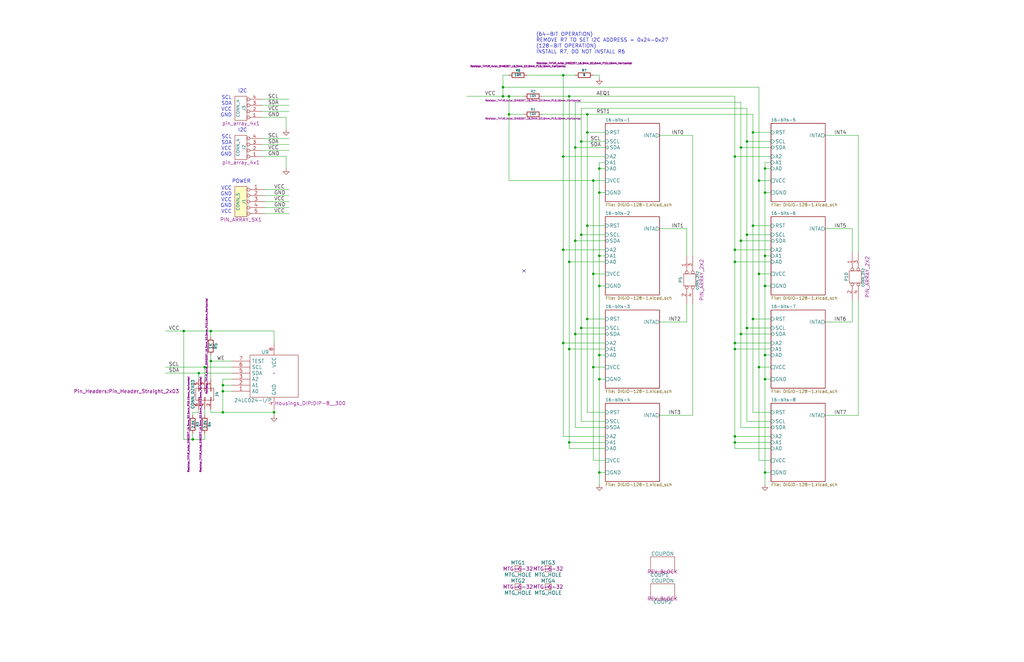
<source format=kicad_sch>
(kicad_sch (version 20211123) (generator eeschema)
  (paper "B")
  (title_block (title "16-CHANNEL DIGITAL I/O") (date "2022-04-03") (rev "X4") (company "land-boards.com"))
  (lib_symbols
    (symbol "DIGIO-128-rescue:24C01" (pin_names (offset 0.762))
      (property "Reference" "U" (at 3.81 8.89 0))
      (property "Value" "24C01" (at 6.35 -11.43 0))
      (symbol "24C01_0_0"
        (pin power_in line (at 0 -15.24 90) (length 5.08) (name "GND") (number "4"))
        (pin power_in line (at 0 12.7 270) (length 5.08) (name "VCC") (number "8"))
      )
      (symbol "24C01_1_1"
        (rectangle (start -10.16 -10.16) (end 10.16 7.62))
        (pin input line (at 17.78 -7.62 180) (length 7.62) (name "A0") (number "1"))
        (pin input line (at 17.78 -5.08 180) (length 7.62) (name "A1") (number "2"))
        (pin input line (at 17.78 -2.54 180) (length 7.62) (name "A2") (number "3"))
        (pin bidirectional line (at 17.78 0 180) (length 7.62) (name "SDA") (number "5"))
        (pin input line (at 17.78 2.54 180) (length 7.62) (name "SCL") (number "6"))
        (pin input line (at 17.78 5.08 180) (length 7.62) (name "TEST") (number "7"))
      )
    )
    (symbol "DIGIO-128-rescue:CONN_02X03" (pin_names (offset 0.0254) hide)
      (property "Reference" "P" (at 0 5.08 0))
      (property "Value" "CONN_02X03" (at 0 -5.08 0))
      (symbol "CONN_02X03_0_1"
        (rectangle (start -2.54 -2.413) (end -1.27 -2.667))
        (rectangle (start -2.54 0.127) (end -1.27 -0.127))
        (rectangle (start -2.54 2.667) (end -1.27 2.413))
        (rectangle (start -2.54 3.81) (end 2.54 -3.81))
        (rectangle (start 1.27 -2.413) (end 2.54 -2.667))
        (rectangle (start 1.27 0.127) (end 2.54 -0.127))
        (rectangle (start 1.27 2.667) (end 2.54 2.413))
      )
      (symbol "CONN_02X03_1_1"
        (pin passive line (at -6.35 2.54 0) (length 3.81) (name "P1") (number "1"))
        (pin passive line (at 6.35 2.54 180) (length 3.81) (name "P2") (number "2"))
        (pin passive line (at -6.35 0 0) (length 3.81) (name "P3") (number "3"))
        (pin passive line (at 6.35 0 180) (length 3.81) (name "P4") (number "4"))
        (pin passive line (at -6.35 -2.54 0) (length 3.81) (name "P5") (number "5"))
        (pin passive line (at 6.35 -2.54 180) (length 3.81) (name "P6") (number "6"))
      )
    )
    (symbol "DIGIO-128-rescue:CONN_2X2" (pin_names (offset 1.016) hide)
      (property "Reference" "P" (at 0 3.81 0))
      (property "Value" "CONN_2X2" (at 0.254 -3.302 0))
      (symbol "CONN_2X2_0_1"
        (rectangle (start -2.54 2.54) (end 2.54 -2.54))
      )
      (symbol "CONN_2X2_1_1"
        (pin passive inverted (at -10.16 1.27 0) (length 7.62) (name "1") (number "1"))
        (pin passive inverted (at 10.16 1.27 180) (length 7.62) (name "2") (number "2"))
        (pin passive inverted (at -10.16 -1.27 0) (length 7.62) (name "3") (number "3"))
        (pin passive inverted (at 10.16 -1.27 180) (length 7.62) (name "4") (number "4"))
      )
    )
    (symbol "DIGIO-128-rescue:CONN_4" (pin_names (offset 1.016) hide)
      (property "Reference" "P" (at -1.27 0 90))
      (property "Value" "CONN_4" (at 1.27 0 90))
      (symbol "CONN_4_0_1"
        (rectangle (start -2.54 5.08) (end 2.54 -5.08))
      )
      (symbol "CONN_4_1_1"
        (pin passive inverted (at -8.89 3.81 0) (length 6.35) (name "P1") (number "1"))
        (pin passive inverted (at -8.89 1.27 0) (length 6.35) (name "P2") (number "2"))
        (pin passive inverted (at -8.89 -1.27 0) (length 6.35) (name "P3") (number "3"))
        (pin passive inverted (at -8.89 -3.81 0) (length 6.35) (name "P4") (number "4"))
      )
    )
    (symbol "DIGIO-128-rescue:CONN_5" (pin_names (offset 1.016))
      (property "Reference" "P" (at -1.27 0 90))
      (property "Value" "CONN_5" (at 1.27 0 90))
      (symbol "CONN_5_0_1"
        (rectangle (start -2.54 6.35) (end 2.54 -6.35) (fill (type background)))
      )
      (symbol "CONN_5_1_1"
        (pin passive inverted (at -10.16 5.08 0) (length 7.62) (name "~") (number "1"))
        (pin passive inverted (at -10.16 2.54 0) (length 7.62) (name "~") (number "2"))
        (pin passive inverted (at -10.16 0 0) (length 7.62) (name "~") (number "3"))
        (pin passive inverted (at -10.16 -2.54 0) (length 7.62) (name "~") (number "4"))
        (pin passive inverted (at -10.16 -5.08 0) (length 7.62) (name "~") (number "5"))
      )
    )
    (symbol "DIGIO-128-rescue:COUPON" (pin_names (offset 1.016))
      (property "Reference" "COUP?" (at 0 0 0))
      (property "Value" "COUPON" (at 0 0 0))
      (symbol "COUPON_0_1"
        (rectangle (start -5.08 0) (end 5.08 6.35))
      )
    )
    (symbol "DIGIO-128-rescue:MTG_HOLE" (pin_names (offset 1.016))
      (property "Reference" "MTG?" (at 0 2.54 0))
      (property "Value" "MTG_HOLE" (at 0 -2.54 0))
      (symbol "MTG_HOLE_0_1"
        (rectangle (start -1.27 -1.27) (end 1.27 -1.27))
        (rectangle (start -1.27 1.27) (end -1.27 -1.27))
        (rectangle (start 1.27 1.27) (end -1.27 1.27))
        (rectangle (start 1.27 1.27) (end 1.27 -1.27))
      )
    )
    (symbol "Device:R" (pin_numbers hide) (pin_names (offset 0))
      (property "Reference" "R" (at 2.032 0 90))
      (property "Value" "R" (at 0 0 90))
      (symbol "R_0_1"
        (rectangle (start -1.016 -2.54) (end 1.016 2.54) (stroke (width 0.254)))
      )
      (symbol "R_1_1"
        (pin passive line (at 0 3.81 270) (length 1.27) (name "~") (number "1"))
        (pin passive line (at 0 -3.81 90) (length 1.27) (name "~") (number "2"))
      )
    )
    (symbol "power:GND" (power) (pin_names (offset 0))
      (property "Value" "GND" (at 0 -3.81 0))
      (symbol "GND_0_1"
        (polyline (pts (xy 0 0) (xy 0 -1.27) (xy 1.27 -1.27) (xy 0 -2.54) (xy -1.27 -1.27) (xy 0 -1.27)))
      )
      (symbol "GND_1_1"
        (pin power_in line (at 0 0 270) (length 0) hide (name "GND") (number "1"))
      )
    )
  )
  (junction (at 322.58 71.12))
  (junction (at 314.96 59.69))
  (junction (at 81.28 185.42))
  (junction (at 240.03 147.32))
  (junction (at 322.58 149.86))
  (junction (at 309.88 184.15))
  (junction (at 322.58 81.28))
  (junction (at 252.73 71.12))
  (junction (at 309.88 144.78))
  (junction (at 317.5 95.25))
  (junction (at 250.19 115.57))
  (junction (at 88.9 139.7))
  (junction (at 309.88 105.41))
  (junction (at 250.19 76.2))
  (junction (at 250.19 154.94))
  (junction (at 312.42 140.97))
  (junction (at 212.09 36.83))
  (junction (at 309.88 147.32))
  (junction (at 252.73 107.95))
  (junction (at 212.09 40.64))
  (junction (at 320.04 115.57))
  (junction (at 320.04 76.2))
  (junction (at 314.96 138.43))
  (junction (at 237.49 66.04))
  (junction (at 93.98 165.1))
  (junction (at 317.5 55.88))
  (junction (at 240.03 110.49))
  (junction (at 247.65 95.25))
  (junction (at 320.04 154.94))
  (junction (at 86.36 154.94))
  (junction (at 214.63 40.64))
  (junction (at 322.58 199.39))
  (junction (at 247.65 48.26))
  (junction (at 314.96 99.06))
  (junction (at 245.11 59.69))
  (junction (at 93.98 173.99))
  (junction (at 252.73 81.28))
  (junction (at 312.42 101.6))
  (junction (at 309.88 110.49))
  (junction (at 237.49 105.41))
  (junction (at 309.88 186.69))
  (junction (at 237.49 31.75))
  (junction (at 252.73 160.02))
  (junction (at 115.57 173.99))
  (junction (at 322.58 107.95))
  (junction (at 240.03 186.69))
  (junction (at 83.82 157.48))
  (junction (at 214.63 48.26))
  (junction (at 93.98 162.56))
  (junction (at 242.57 101.6))
  (junction (at 247.65 55.88))
  (junction (at 252.73 149.86))
  (junction (at 312.42 62.23))
  (junction (at 245.11 99.06))
  (junction (at 252.73 199.39))
  (junction (at 245.11 138.43))
  (junction (at 247.65 134.62))
  (junction (at 252.73 120.65))
  (junction (at 77.47 139.7))
  (junction (at 317.5 134.62))
  (junction (at 322.58 120.65))
  (junction (at 240.03 40.64))
  (junction (at 322.58 160.02))
  (junction (at 242.57 140.97))
  (junction (at 242.57 62.23))
  (junction (at 237.49 144.78))
  (junction (at 309.88 66.04))
  (junction (at 88.9 152.4))
  (no_connect (at 220.98 114.3))
  (wire (pts (xy 322.58 199.39) (xy 322.58 204.47)))
  (wire (pts (xy 322.58 160.02) (xy 322.58 199.39)))
  (wire (pts (xy 214.63 40.64) (xy 220.98 40.64)))
  (wire (pts (xy 252.73 149.86) (xy 255.27 149.86)))
  (wire (pts (xy 115.57 172.72) (xy 115.57 173.99)))
  (wire (pts (xy 255.27 115.57) (xy 250.19 115.57)))
  (wire (pts (xy 240.03 110.49) (xy 240.03 147.32)))
  (wire (pts (xy 111.76 85.09) (xy 121.92 85.09)))
  (wire (pts (xy 289.56 96.52) (xy 289.56 107.95)))
  (wire (pts (xy 242.57 140.97) (xy 255.27 140.97)))
  (wire (pts (xy 325.12 184.15) (xy 309.88 184.15)))
  (wire (pts (xy 250.19 154.94) (xy 250.19 194.31)))
  (wire (pts (xy 309.88 189.23) (xy 325.12 189.23)))
  (wire (pts (xy 88.9 152.4) (xy 97.79 152.4)))
  (wire (pts (xy 110.49 41.91) (xy 121.92 41.91)))
  (wire (pts (xy 361.95 175.26) (xy 361.95 127)))
  (wire (pts (xy 88.9 149.86) (xy 88.9 152.4)))
  (wire (pts (xy 255.27 154.94) (xy 250.19 154.94)))
  (wire (pts (xy 93.98 173.99) (xy 115.57 173.99)))
  (wire (pts (xy 247.65 48.26) (xy 247.65 55.88)))
  (wire (pts (xy 314.96 59.69) (xy 314.96 99.06)))
  (wire (pts (xy 317.5 55.88) (xy 325.12 55.88)))
  (wire (pts (xy 309.88 110.49) (xy 325.12 110.49)))
  (wire (pts (xy 240.03 186.69) (xy 240.03 189.23)))
  (wire (pts (xy 237.49 105.41) (xy 255.27 105.41)))
  (wire (pts (xy 325.12 115.57) (xy 320.04 115.57)))
  (wire (pts (xy 347.98 175.26) (xy 361.95 175.26)))
  (wire (pts (xy 228.6 40.64) (xy 240.03 40.64)))
  (wire (pts (xy 252.73 71.12) (xy 255.27 71.12)))
  (wire (pts (xy 120.65 49.53) (xy 120.65 54.61)))
  (wire (pts (xy 240.03 147.32) (xy 240.03 186.69)))
  (wire (pts (xy 255.27 184.15) (xy 237.49 184.15)))
  (wire (pts (xy 325.12 59.69) (xy 314.96 59.69)))
  (wire (pts (xy 252.73 199.39) (xy 252.73 204.47)))
  (wire (pts (xy 69.85 139.7) (xy 77.47 139.7)))
  (wire (pts (xy 212.09 36.83) (xy 212.09 40.64)))
  (wire (pts (xy 322.58 107.95) (xy 325.12 107.95)))
  (wire (pts (xy 97.79 162.56) (xy 93.98 162.56)))
  (wire (pts (xy 312.42 180.34) (xy 325.12 180.34)))
  (wire (pts (xy 252.73 68.58) (xy 252.73 71.12)))
  (wire (pts (xy 237.49 105.41) (xy 237.49 66.04)))
  (wire (pts (xy 110.49 58.42) (xy 121.92 58.42)))
  (wire (pts (xy 309.88 147.32) (xy 325.12 147.32)))
  (wire (pts (xy 325.12 154.94) (xy 320.04 154.94)))
  (wire (pts (xy 242.57 43.18) (xy 312.42 43.18)))
  (wire (pts (xy 86.36 185.42) (xy 86.36 182.88)))
  (wire (pts (xy 81.28 185.42) (xy 81.28 182.88)))
  (wire (pts (xy 361.95 57.15) (xy 361.95 106.68)))
  (wire (pts (xy 320.04 154.94) (xy 320.04 194.31)))
  (wire (pts (xy 322.58 81.28) (xy 322.58 107.95)))
  (wire (pts (xy 237.49 31.75) (xy 237.49 66.04)))
  (wire (pts (xy 252.73 120.65) (xy 255.27 120.65)))
  (wire (pts (xy 242.57 62.23) (xy 242.57 101.6)))
  (wire (pts (xy 309.88 105.41) (xy 309.88 110.49)))
  (wire (pts (xy 83.82 157.48) (xy 97.79 157.48)))
  (wire (pts (xy 88.9 139.7) (xy 115.57 139.7)))
  (wire (pts (xy 242.57 101.6) (xy 255.27 101.6)))
  (wire (pts (xy 110.49 46.99) (xy 121.92 46.99)))
  (wire (pts (xy 83.82 160.02) (xy 83.82 157.48)))
  (wire (pts (xy 93.98 162.56) (xy 93.98 165.1)))
  (wire (pts (xy 320.04 76.2) (xy 320.04 115.57)))
  (wire (pts (xy 252.73 149.86) (xy 252.73 160.02)))
  (wire (pts (xy 242.57 43.18) (xy 242.57 62.23)))
  (wire (pts (xy 237.49 144.78) (xy 237.49 105.41)))
  (wire (pts (xy 93.98 160.02) (xy 93.98 162.56)))
  (wire (pts (xy 314.96 177.8) (xy 325.12 177.8)))
  (wire (pts (xy 317.5 48.26) (xy 317.5 55.88)))
  (wire (pts (xy 359.41 135.89) (xy 359.41 127)))
  (wire (pts (xy 242.57 62.23) (xy 255.27 62.23)))
  (wire (pts (xy 93.98 165.1) (xy 93.98 173.99)))
  (wire (pts (xy 314.96 99.06) (xy 314.96 138.43)))
  (wire (pts (xy 250.19 76.2) (xy 250.19 115.57)))
  (wire (pts (xy 322.58 68.58) (xy 322.58 71.12)))
  (wire (pts (xy 312.42 62.23) (xy 325.12 62.23)))
  (wire (pts (xy 228.6 48.26) (xy 247.65 48.26)))
  (wire (pts (xy 312.42 140.97) (xy 312.42 180.34)))
  (wire (pts (xy 110.49 44.45) (xy 121.92 44.45)))
  (wire (pts (xy 312.42 43.18) (xy 312.42 62.23)))
  (wire (pts (xy 292.1 175.26) (xy 292.1 128.27)))
  (wire (pts (xy 245.11 138.43) (xy 255.27 138.43)))
  (wire (pts (xy 245.11 138.43) (xy 245.11 177.8)))
  (wire (pts (xy 317.5 95.25) (xy 325.12 95.25)))
  (wire (pts (xy 242.57 140.97) (xy 242.57 180.34)))
  (wire (pts (xy 245.11 177.8) (xy 255.27 177.8)))
  (wire (pts (xy 320.04 115.57) (xy 320.04 154.94)))
  (wire (pts (xy 247.65 134.62) (xy 247.65 173.99)))
  (wire (pts (xy 247.65 55.88) (xy 247.65 95.25)))
  (wire (pts (xy 97.79 165.1) (xy 93.98 165.1)))
  (wire (pts (xy 240.03 147.32) (xy 255.27 147.32)))
  (wire (pts (xy 242.57 180.34) (xy 255.27 180.34)))
  (wire (pts (xy 322.58 81.28) (xy 325.12 81.28)))
  (wire (pts (xy 325.12 160.02) (xy 322.58 160.02)))
  (wire (pts (xy 245.11 59.69) (xy 245.11 99.06)))
  (wire (pts (xy 252.73 120.65) (xy 252.73 149.86)))
  (wire (pts (xy 88.9 173.99) (xy 93.98 173.99)))
  (wire (pts (xy 237.49 184.15) (xy 237.49 144.78)))
  (wire (pts (xy 314.96 138.43) (xy 325.12 138.43)))
  (wire (pts (xy 255.27 110.49) (xy 240.03 110.49)))
  (wire (pts (xy 69.85 157.48) (xy 83.82 157.48)))
  (wire (pts (xy 247.65 95.25) (xy 255.27 95.25)))
  (wire (pts (xy 309.88 186.69) (xy 325.12 186.69)))
  (wire (pts (xy 252.73 68.58) (xy 255.27 68.58)))
  (wire (pts (xy 77.47 185.42) (xy 77.47 139.7)))
  (wire (pts (xy 237.49 66.04) (xy 255.27 66.04)))
  (wire (pts (xy 347.98 57.15) (xy 361.95 57.15)))
  (wire (pts (xy 81.28 173.99) (xy 83.82 173.99)))
  (wire (pts (xy 93.98 160.02) (xy 97.79 160.02)))
  (wire (pts (xy 240.03 40.64) (xy 240.03 110.49)))
  (wire (pts (xy 292.1 57.15) (xy 292.1 107.95)))
  (wire (pts (xy 214.63 76.2) (xy 250.19 76.2)))
  (wire (pts (xy 252.73 107.95) (xy 252.73 120.65)))
  (wire (pts (xy 312.42 62.23) (xy 312.42 101.6)))
  (wire (pts (xy 245.11 99.06) (xy 255.27 99.06)))
  (wire (pts (xy 252.73 71.12) (xy 252.73 81.28)))
  (wire (pts (xy 212.09 40.64) (xy 214.63 40.64)))
  (wire (pts (xy 250.19 31.75) (xy 252.73 31.75)))
  (wire (pts (xy 111.76 90.17) (xy 121.92 90.17)))
  (wire (pts (xy 111.76 82.55) (xy 121.92 82.55)))
  (wire (pts (xy 240.03 189.23) (xy 255.27 189.23)))
  (wire (pts (xy 289.56 135.89) (xy 289.56 128.27)))
  (wire (pts (xy 222.25 31.75) (xy 237.49 31.75)))
  (wire (pts (xy 309.88 110.49) (xy 309.88 144.78)))
  (wire (pts (xy 252.73 160.02) (xy 252.73 199.39)))
  (wire (pts (xy 77.47 139.7) (xy 88.9 139.7)))
  (wire (pts (xy 237.49 144.78) (xy 255.27 144.78)))
  (wire (pts (xy 247.65 95.25) (xy 247.65 134.62)))
  (wire (pts (xy 212.09 31.75) (xy 212.09 36.83)))
  (wire (pts (xy 309.88 186.69) (xy 309.88 189.23)))
  (wire (pts (xy 314.96 99.06) (xy 325.12 99.06)))
  (wire (pts (xy 278.13 57.15) (xy 292.1 57.15)))
  (wire (pts (xy 245.11 45.72) (xy 245.11 59.69)))
  (wire (pts (xy 245.11 45.72) (xy 314.96 45.72)))
  (wire (pts (xy 320.04 36.83) (xy 320.04 76.2)))
  (wire (pts (xy 309.88 147.32) (xy 309.88 184.15)))
  (wire (pts (xy 247.65 173.99) (xy 255.27 173.99)))
  (wire (pts (xy 115.57 139.7) (xy 115.57 144.78)))
  (wire (pts (xy 347.98 135.89) (xy 359.41 135.89)))
  (wire (pts (xy 252.73 107.95) (xy 255.27 107.95)))
  (wire (pts (xy 214.63 48.26) (xy 214.63 76.2)))
  (wire (pts (xy 278.13 96.52) (xy 289.56 96.52)))
  (wire (pts (xy 83.82 173.99) (xy 83.82 172.72)))
  (wire (pts (xy 196.85 40.64) (xy 212.09 40.64)))
  (wire (pts (xy 250.19 76.2) (xy 255.27 76.2)))
  (wire (pts (xy 240.03 186.69) (xy 255.27 186.69)))
  (wire (pts (xy 325.12 105.41) (xy 309.88 105.41)))
  (wire (pts (xy 322.58 107.95) (xy 322.58 120.65)))
  (wire (pts (xy 81.28 185.42) (xy 86.36 185.42)))
  (wire (pts (xy 309.88 144.78) (xy 309.88 147.32)))
  (wire (pts (xy 86.36 154.94) (xy 97.79 154.94)))
  (wire (pts (xy 312.42 140.97) (xy 325.12 140.97)))
  (wire (pts (xy 115.57 173.99) (xy 115.57 175.26)))
  (wire (pts (xy 278.13 175.26) (xy 292.1 175.26)))
  (wire (pts (xy 322.58 71.12) (xy 322.58 81.28)))
  (wire (pts (xy 322.58 199.39) (xy 325.12 199.39)))
  (wire (pts (xy 245.11 59.69) (xy 255.27 59.69)))
  (wire (pts (xy 77.47 185.42) (xy 81.28 185.42)))
  (wire (pts (xy 247.65 48.26) (xy 317.5 48.26)))
  (wire (pts (xy 317.5 134.62) (xy 325.12 134.62)))
  (wire (pts (xy 317.5 134.62) (xy 317.5 173.99)))
  (wire (pts (xy 252.73 81.28) (xy 255.27 81.28)))
  (wire (pts (xy 247.65 55.88) (xy 255.27 55.88)))
  (wire (pts (xy 309.88 66.04) (xy 309.88 105.41)))
  (wire (pts (xy 325.12 144.78) (xy 309.88 144.78)))
  (wire (pts (xy 314.96 45.72) (xy 314.96 59.69)))
  (wire (pts (xy 252.73 31.75) (xy 252.73 33.02)))
  (wire (pts (xy 240.03 40.64) (xy 309.88 40.64)))
  (wire (pts (xy 255.27 160.02) (xy 252.73 160.02)))
  (wire (pts (xy 309.88 40.64) (xy 309.88 66.04)))
  (wire (pts (xy 120.65 66.04) (xy 120.65 71.12)))
  (wire (pts (xy 86.36 160.02) (xy 86.36 154.94)))
  (wire (pts (xy 111.76 87.63) (xy 121.92 87.63)))
  (wire (pts (xy 317.5 173.99) (xy 325.12 173.99)))
  (wire (pts (xy 88.9 152.4) (xy 88.9 160.02)))
  (wire (pts (xy 320.04 194.31) (xy 325.12 194.31)))
  (wire (pts (xy 325.12 66.04) (xy 309.88 66.04)))
  (wire (pts (xy 312.42 101.6) (xy 325.12 101.6)))
  (wire (pts (xy 110.49 63.5) (xy 121.92 63.5)))
  (wire (pts (xy 110.49 60.96) (xy 121.92 60.96)))
  (wire (pts (xy 88.9 173.99) (xy 88.9 172.72)))
  (wire (pts (xy 111.76 80.01) (xy 121.92 80.01)))
  (wire (pts (xy 250.19 194.31) (xy 255.27 194.31)))
  (wire (pts (xy 309.88 184.15) (xy 309.88 186.69)))
  (wire (pts (xy 252.73 199.39) (xy 255.27 199.39)))
  (wire (pts (xy 110.49 66.04) (xy 120.65 66.04)))
  (wire (pts (xy 242.57 101.6) (xy 242.57 140.97)))
  (wire (pts (xy 312.42 101.6) (xy 312.42 140.97)))
  (wire (pts (xy 214.63 40.64) (xy 214.63 48.26)))
  (wire (pts (xy 237.49 31.75) (xy 242.57 31.75)))
  (wire (pts (xy 322.58 120.65) (xy 325.12 120.65)))
  (wire (pts (xy 278.13 135.89) (xy 289.56 135.89)))
  (wire (pts (xy 88.9 142.24) (xy 88.9 139.7)))
  (wire (pts (xy 214.63 48.26) (xy 220.98 48.26)))
  (wire (pts (xy 212.09 36.83) (xy 320.04 36.83)))
  (wire (pts (xy 81.28 175.26) (xy 81.28 173.99)))
  (wire (pts (xy 322.58 68.58) (xy 325.12 68.58)))
  (wire (pts (xy 347.98 96.52) (xy 359.41 96.52)))
  (wire (pts (xy 252.73 81.28) (xy 252.73 107.95)))
  (wire (pts (xy 110.49 49.53) (xy 120.65 49.53)))
  (wire (pts (xy 314.96 138.43) (xy 314.96 177.8)))
  (wire (pts (xy 322.58 149.86) (xy 322.58 160.02)))
  (wire (pts (xy 245.11 99.06) (xy 245.11 138.43)))
  (wire (pts (xy 69.85 154.94) (xy 86.36 154.94)))
  (wire (pts (xy 320.04 76.2) (xy 325.12 76.2)))
  (wire (pts (xy 325.12 71.12) (xy 322.58 71.12)))
  (wire (pts (xy 322.58 149.86) (xy 325.12 149.86)))
  (wire (pts (xy 250.19 115.57) (xy 250.19 154.94)))
  (wire (pts (xy 86.36 175.26) (xy 86.36 172.72)))
  (wire (pts (xy 359.41 96.52) (xy 359.41 106.68)))
  (wire (pts (xy 317.5 95.25) (xy 317.5 134.62)))
  (wire (pts (xy 214.63 31.75) (xy 212.09 31.75)))
  (wire (pts (xy 322.58 120.65) (xy 322.58 149.86)))
  (wire (pts (xy 317.5 55.88) (xy 317.5 95.25)))
  (wire (pts (xy 247.65 134.62) (xy 255.27 134.62)))
  (text "SCL\nSDA\nVCC\nGND" (at 97.79 49.53 180) (effects (font (size 1.524 1.524)) (justify right bottom)))
  (text "SCL\nSDA\nVCC\nGND" (at 97.79 66.04 180) (effects (font (size 1.524 1.524)) (justify right bottom)))
  (text "(64-BIT OPERATION)\nREMOVE R7 TO SET I2C ADDRESS = 0x24-0x27\n(128-BIT OPERATION)\nINSTALL R7, DO NOT INSTALL R6" (at 226.06 22.86 0) (effects (font (size 1.524 1.524)) (justify left bottom)))
  (text "VCC\nGND\nVCC\nGND\nVCC" (at 97.79 90.17 180) (effects (font (size 1.524 1.524)) (justify right bottom)))
  (text "POWER" (at 97.79 77.47 0) (effects (font (size 1.524 1.524)) (justify left bottom)))
  (text "I2C" (at 100.33 55.88 0) (effects (font (size 1.524 1.524)) (justify left bottom)))
  (text "I2C" (at 100.33 39.37 0) (effects (font (size 1.524 1.524)) (justify left bottom)))
  (label "AEQ1" (at 251.46 40.64 0) (effects (font (size 1.524 1.524))))
  (label "WE" (at 91.44 152.4 0) (effects (font (size 1.524 1.524))))
  (label "SDA" (at 248.92 62.23 0) (effects (font (size 1.524 1.524))))
  (label "VCC" (at 113.03 46.99 0) (effects (font (size 1.524 1.524))))
  (label "GND" (at 115.57 82.55 0) (effects (font (size 1.524 1.524))))
  (label "GND" (at 113.03 66.04 0) (effects (font (size 1.524 1.524))))
  (label "VCC" (at 204.47 40.64 0) (effects (font (size 1.524 1.524))))
  (label "INT5" (at 351.79 96.52 0) (effects (font (size 1.524 1.524))))
  (label "VCC" (at 115.57 85.09 0) (effects (font (size 1.524 1.524))))
  (label "SCL" (at 113.03 58.42 0) (effects (font (size 1.524 1.524))))
  (label "GND" (at 113.03 49.53 0) (effects (font (size 1.524 1.524))))
  (label "INT1" (at 283.21 96.52 0) (effects (font (size 1.524 1.524))))
  (label "SDA" (at 71.12 157.48 0) (effects (font (size 1.524 1.524))))
  (label "GND" (at 115.57 87.63 0) (effects (font (size 1.524 1.524))))
  (label "VCC" (at 115.57 90.17 0) (effects (font (size 1.524 1.524))))
  (label "VCC" (at 115.57 80.01 0) (effects (font (size 1.524 1.524))))
  (label "SCL" (at 71.12 154.94 0) (effects (font (size 1.524 1.524))))
  (label "VCC" (at 71.12 139.7 0) (effects (font (size 1.524 1.524))))
  (label "INT7" (at 351.79 175.26 0) (effects (font (size 1.524 1.524))))
  (label "SDA" (at 113.03 44.45 0) (effects (font (size 1.524 1.524))))
  (label "INT4" (at 351.79 57.15 0) (effects (font (size 1.524 1.524))))
  (label "SCL" (at 248.92 59.69 0) (effects (font (size 1.524 1.524))))
  (label "INT2" (at 281.94 135.89 0) (effects (font (size 1.524 1.524))))
  (label "INT3" (at 281.94 175.26 0) (effects (font (size 1.524 1.524))))
  (label "VCC" (at 113.03 63.5 0) (effects (font (size 1.524 1.524))))
  (label "RST1" (at 251.46 48.26 0) (effects (font (size 1.524 1.524))))
  (label "SDA" (at 113.03 60.96 0) (effects (font (size 1.524 1.524))))
  (label "INT0" (at 283.21 57.15 0) (effects (font (size 1.524 1.524))))
  (label "SCL" (at 113.03 41.91 0) (effects (font (size 1.524 1.524))))
  (label "INT6" (at 351.79 135.89 0) (effects (font (size 1.524 1.524))))
  (symbol (lib_id "DIGIO-128-rescue:MTG_HOLE") (at 231.14 247.65 0) (unit 1)
    (property "Reference" "MTG4" (at 231.14 245.11 0) (effects (font (size 1.524 1.524))))
    (property "Value" "MTG_HOLE" (at 231.14 250.19 0) (effects (font (size 1.524 1.524))))
    (property "Footprint" "MTG-6-32" (at 231.14 247.65 0) (effects (font (size 1.524 1.524))))
    (property "Datasheet" "~" (at 231.14 247.65 0) (effects (font (size 1.524 1.524))))
  )
  (symbol (lib_id "DIGIO-128-rescue:MTG_HOLE") (at 218.44 247.65 0) (unit 1)
    (property "Reference" "MTG2" (at 218.44 245.11 0) (effects (font (size 1.524 1.524))))
    (property "Value" "MTG_HOLE" (at 218.44 250.19 0) (effects (font (size 1.524 1.524))))
    (property "Footprint" "MTG-6-32" (at 218.44 247.65 0) (effects (font (size 1.524 1.524))))
    (property "Datasheet" "~" (at 218.44 247.65 0) (effects (font (size 1.524 1.524))))
  )
  (symbol (lib_id "DIGIO-128-rescue:MTG_HOLE") (at 231.14 240.03 0) (unit 1)
    (property "Reference" "MTG3" (at 231.14 237.49 0) (effects (font (size 1.524 1.524))))
    (property "Value" "MTG_HOLE" (at 231.14 242.57 0) (effects (font (size 1.524 1.524))))
    (property "Footprint" "MTG-6-32" (at 231.14 240.03 0) (effects (font (size 1.524 1.524))))
    (property "Datasheet" "~" (at 231.14 240.03 0) (effects (font (size 1.524 1.524))))
  )
  (symbol (lib_id "DIGIO-128-rescue:MTG_HOLE") (at 218.44 240.03 0) (unit 1)
    (property "Reference" "MTG1" (at 218.44 237.49 0) (effects (font (size 1.524 1.524))))
    (property "Value" "MTG_HOLE" (at 218.44 242.57 0) (effects (font (size 1.524 1.524))))
    (property "Footprint" "MTG-6-32" (at 218.44 240.03 0) (effects (font (size 1.524 1.524))))
    (property "Datasheet" "~" (at 218.44 240.03 0) (effects (font (size 1.524 1.524))))
  )
  (symbol (lib_id "DIGIO-128-rescue:CONN_4") (at 101.6 62.23 180) (unit 1)
    (property "Reference" "J2" (at 102.87 62.23 90))
    (property "Value" "CONN_4" (at 100.33 62.23 90))
    (property "Footprint" "pin_array_4x1" (at 101.6 68.58 0) (effects (font (size 1.524 1.524))))
  )
  (symbol (lib_id "power:GND") (at 115.57 175.26 0) (unit 1)
    (property "Reference" "#PWR01" (effects hide))
    (property "Value" "GND" (effects hide))
  )
  (symbol (lib_id "DIGIO-128-rescue:24C01") (at 115.57 157.48 0) (mirror y) (unit 1)
    (property "Reference" "U9" (at 111.76 148.59 0) (effects (font (size 1.524 1.524))))
    (property "Value" "24LC024-I/P" (at 106.68 168.91 0) (effects (font (size 1.524 1.524))))
    (property "Footprint" "Housings_DIP:DIP-8__300" (at 130.81 170.18 0) (effects (font (size 1.524 1.524))))
    (property "Datasheet" "~" (at 115.57 157.48 0) (effects (font (size 1.524 1.524))))
  )
  (symbol (lib_id "DIGIO-128-rescue:CONN_2X2") (at 290.83 118.11 90) (mirror x) (unit 1)
    (property "Reference" "P5" (at 287.02 118.11 0))
    (property "Value" "CONN_2X2" (at 294.132 118.364 0) (effects (font (size 1.016 1.016))))
    (property "Footprint" "PIN_ARRAY_2X2" (at 295.91 118.11 0) (effects (font (size 1.524 1.524))))
  )
  (symbol (lib_id "DIGIO-128-rescue:CONN_5") (at 101.6 85.09 0) (mirror y) (unit 1)
    (property "Reference" "J1" (at 102.87 85.09 90))
    (property "Value" "CONN_5" (at 100.33 85.09 90))
    (property "Footprint" "PIN_ARRAY_5X1" (at 101.6 92.71 0) (effects (font (size 1.524 1.524))))
  )
  (symbol (lib_id "DIGIO-128-rescue:CONN_2X2") (at 360.68 116.84 90) (mirror x) (unit 1)
    (property "Reference" "P10" (at 356.87 116.84 0))
    (property "Value" "CONN_2X2" (at 363.982 117.094 0) (effects (font (size 1.016 1.016))))
    (property "Footprint" "PIN_ARRAY_2X2" (at 365.76 116.84 0) (effects (font (size 1.524 1.524))))
  )
  (symbol (lib_id "DIGIO-128-rescue:COUPON") (at 279.4 252.73 0) (unit 1)
    (property "Reference" "COUP2" (at 279.4 254 0) (effects (font (size 1.524 1.524))))
    (property "Value" "COUPON" (at 279.4 245.11 0) (effects (font (size 1.524 1.524))))
    (property "Footprint" "REV_BLOCK" (at 279.4 252.73 0) (effects (font (size 1.524 1.524))))
    (property "Datasheet" "~" (at 279.4 252.73 0) (effects (font (size 1.524 1.524))))
  )
  (symbol (lib_id "DIGIO-128-rescue:COUPON") (at 279.4 241.3 0) (unit 1)
    (property "Reference" "COUP1" (at 278.13 242.57 0) (effects (font (size 1.524 1.524))))
    (property "Value" "COUPON" (at 279.4 233.68 0) (effects (font (size 1.524 1.524))))
    (property "Footprint" "REV_BLOCK" (at 279.4 241.3 0) (effects (font (size 1.524 1.524))))
    (property "Datasheet" "~" (at 279.4 241.3 0) (effects (font (size 1.524 1.524))))
  )
  (symbol (lib_id "Device:R") (at 224.79 40.64 90) (unit 1)
    (property "Reference" "R2" (at 224.79 38.608 90) (effects (font (size 1.016 1.016))))
    (property "Value" "10K" (at 224.7646 40.4622 90) (effects (font (size 1.016 1.016))))
    (property "Footprint" "Resistor_THT:R_Axial_DIN0207_L6.3mm_D2.5mm_P10.16mm_Horizontal" (at 224.79 42.418 90) (effects (font (size 0.762 0.762))))
    (property "Datasheet" "~" (at 224.79 40.64 0) (effects (font (size 0.762 0.762))))
  )
  (symbol (lib_id "Device:R") (at 86.36 179.07 0) (unit 1)
    (property "Reference" "R4" (at 88.392 179.07 90) (effects (font (size 1.016 1.016))))
    (property "Value" "2.2K" (at 86.5378 179.0446 90) (effects (font (size 1.016 1.016))))
    (property "Footprint" "Resistor_THT:R_Axial_DIN0207_L6.3mm_D2.5mm_P10.16mm_Horizontal" (at 84.582 179.07 90) (effects (font (size 0.762 0.762))))
    (property "Datasheet" "~" (at 86.36 179.07 0) (effects (font (size 0.762 0.762))))
  )
  (symbol (lib_id "Device:R") (at 81.28 179.07 0) (unit 1)
    (property "Reference" "R3" (at 83.312 179.07 90) (effects (font (size 1.016 1.016))))
    (property "Value" "2.2K" (at 81.4578 179.0446 90) (effects (font (size 1.016 1.016))))
    (property "Footprint" "Resistor_THT:R_Axial_DIN0207_L6.3mm_D2.5mm_P10.16mm_Horizontal" (at 79.502 179.07 90) (effects (font (size 0.762 0.762))))
    (property "Datasheet" "~" (at 81.28 179.07 0) (effects (font (size 0.762 0.762))))
  )
  (symbol (lib_id "Device:R") (at 224.79 48.26 90) (unit 1)
    (property "Reference" "R1" (at 224.79 46.228 90) (effects (font (size 1.016 1.016))))
    (property "Value" "10K" (at 224.7646 48.0822 90) (effects (font (size 1.016 1.016))))
    (property "Footprint" "Resistor_THT:R_Axial_DIN0207_L6.3mm_D2.5mm_P10.16mm_Horizontal" (at 224.79 50.038 90) (effects (font (size 0.762 0.762))))
    (property "Datasheet" "~" (at 224.79 48.26 0) (effects (font (size 0.762 0.762))))
  )
  (symbol (lib_id "power:GND") (at 252.73 204.47 0) (unit 1)
    (property "Reference" "#PWR02" (effects hide))
    (property "Value" "GND" (effects hide))
  )
  (symbol (lib_id "power:GND") (at 322.58 204.47 0) (unit 1)
    (property "Reference" "#PWR03" (effects hide))
    (property "Value" "GND" (effects hide))
  )
  (symbol (lib_id "power:GND") (at 120.65 71.12 0) (unit 1)
    (property "Reference" "#PWR04" (effects hide))
    (property "Value" "GND" (effects hide))
  )
  (symbol (lib_id "DIGIO-128-rescue:CONN_4") (at 101.6 45.72 180) (unit 1)
    (property "Reference" "J3" (at 102.87 45.72 90))
    (property "Value" "CONN_4" (at 100.33 45.72 90))
    (property "Footprint" "pin_array_4x1" (at 101.6 52.07 0) (effects (font (size 1.524 1.524))))
  )
  (symbol (lib_id "power:GND") (at 120.65 54.61 0) (unit 1)
    (property "Reference" "#PWR05" (effects hide))
    (property "Value" "GND" (effects hide))
  )
  (symbol (lib_id "Device:R") (at 88.9 146.05 0) (unit 1)
    (property "Reference" "R5" (at 90.932 146.05 90))
    (property "Value" "1K" (at 88.9 146.05 90))
    (property "Footprint" "Resistor_THT:R_Axial_DIN0207_L6.3mm_D2.5mm_P10.16mm_Horizontal" (at 87.122 146.05 90) (effects (font (size 0.762 0.762))))
  )
  (symbol (lib_id "DIGIO-128-rescue:CONN_02X03") (at 86.36 166.37 270) (unit 1)
    (property "Reference" "J4" (at 91.44 166.37 0))
    (property "Value" "CONN_02X03" (at 81.28 166.37 0))
    (property "Footprint" "Pin_Headers:Pin_Header_Straight_2x03" (at 53.34 165.1 90) (effects (font (size 1.524 1.524))))
  )
  (symbol (lib_id "Device:R") (at 218.44 31.75 90) (unit 1)
    (property "Reference" "R6" (at 218.44 29.718 90) (effects (font (size 1.016 1.016))))
    (property "Value" "10K" (at 218.4146 31.5722 90) (effects (font (size 1.016 1.016))))
    (property "Footprint" "Resistor_THT:R_Axial_DIN0207_L6.3mm_D2.5mm_P10.16mm_Horizontal" (at 218.44 27.94 90) (effects (font (size 0.762 0.762))))
    (property "Datasheet" "~" (at 218.44 31.75 0) (effects (font (size 0.762 0.762))))
  )
  (symbol (lib_id "Device:R") (at 246.38 31.75 90) (unit 1)
    (property "Reference" "R7" (at 246.38 29.718 90) (effects (font (size 1.016 1.016))))
    (property "Value" "0" (at 246.3546 31.5722 90) (effects (font (size 1.016 1.016))))
    (property "Footprint" "Resistor_THT:R_Axial_DIN0207_L6.3mm_D2.5mm_P10.16mm_Horizontal" (at 246.38 26.67 90) (effects (font (size 0.762 0.762))))
    (property "Datasheet" "~" (at 246.38 31.75 0) (effects (font (size 0.762 0.762))))
  )
  (symbol (lib_id "power:GND") (at 252.73 33.02 0) (unit 1)
    (property "Reference" "#PWR06" (effects hide))
    (property "Value" "GND" (effects hide))
  )
  (sheet (at 255.27 52.07) (size 22.86 33.02)
    (property "Sheet name" "16-bits-1" (at 255.27 51.3584 0) (effects (justify left bottom)))
    (property "Sheet file" "DIGIO-128-1.kicad_sch" (at 255.27 85.6746 0) (effects (justify left top)))
    (pin "VCC" passive (at 255.27 76.2 180) (effects (font (size 1.524 1.524))))
    (pin "SCL" input (at 255.27 59.69 180) (effects (font (size 1.524 1.524))))
    (pin "SDA" bidirectional (at 255.27 62.23 180) (effects (font (size 1.524 1.524))))
    (pin "A2" input (at 255.27 66.04 180) (effects (font (size 1.524 1.524))))
    (pin "A1" input (at 255.27 68.58 180) (effects (font (size 1.524 1.524))))
    (pin "A0" input (at 255.27 71.12 180) (effects (font (size 1.524 1.524))))
    (pin "RST" input (at 255.27 55.88 180) (effects (font (size 1.524 1.524))))
    (pin "INTA" output (at 278.13 57.15 0) (effects (font (size 1.524 1.524))))
    (pin "GND" passive (at 255.27 81.28 180) (effects (font (size 1.524 1.524))))
  )
  (sheet (at 255.27 91.44) (size 22.86 33.02)
    (property "Sheet name" "16-bits-2" (at 255.27 90.7284 0) (effects (justify left bottom)))
    (property "Sheet file" "DIGIO-128-1.kicad_sch" (at 255.27 125.0446 0) (effects (justify left top)))
    (pin "VCC" passive (at 255.27 115.57 180) (effects (font (size 1.524 1.524))))
    (pin "SCL" input (at 255.27 99.06 180) (effects (font (size 1.524 1.524))))
    (pin "SDA" bidirectional (at 255.27 101.6 180) (effects (font (size 1.524 1.524))))
    (pin "A2" input (at 255.27 105.41 180) (effects (font (size 1.524 1.524))))
    (pin "A1" input (at 255.27 107.95 180) (effects (font (size 1.524 1.524))))
    (pin "A0" input (at 255.27 110.49 180) (effects (font (size 1.524 1.524))))
    (pin "RST" input (at 255.27 95.25 180) (effects (font (size 1.524 1.524))))
    (pin "INTA" output (at 278.13 96.52 0) (effects (font (size 1.524 1.524))))
    (pin "GND" passive (at 255.27 120.65 180) (effects (font (size 1.524 1.524))))
  )
  (sheet (at 255.27 130.81) (size 22.86 33.02)
    (property "Sheet name" "16-bits-3" (at 255.27 130.0984 0) (effects (justify left bottom)))
    (property "Sheet file" "DIGIO-128-1.kicad_sch" (at 255.27 164.4146 0) (effects (justify left top)))
    (pin "VCC" passive (at 255.27 154.94 180) (effects (font (size 1.524 1.524))))
    (pin "SCL" input (at 255.27 138.43 180) (effects (font (size 1.524 1.524))))
    (pin "SDA" bidirectional (at 255.27 140.97 180) (effects (font (size 1.524 1.524))))
    (pin "A2" input (at 255.27 144.78 180) (effects (font (size 1.524 1.524))))
    (pin "A1" input (at 255.27 147.32 180) (effects (font (size 1.524 1.524))))
    (pin "A0" input (at 255.27 149.86 180) (effects (font (size 1.524 1.524))))
    (pin "RST" input (at 255.27 134.62 180) (effects (font (size 1.524 1.524))))
    (pin "INTA" output (at 278.13 135.89 0) (effects (font (size 1.524 1.524))))
    (pin "GND" passive (at 255.27 160.02 180) (effects (font (size 1.524 1.524))))
  )
  (sheet (at 255.27 170.18) (size 22.86 33.02)
    (property "Sheet name" "16-bits-4" (at 255.27 169.4684 0) (effects (justify left bottom)))
    (property "Sheet file" "DIGIO-128-1.kicad_sch" (at 255.27 203.7846 0) (effects (justify left top)))
    (pin "VCC" passive (at 255.27 194.31 180) (effects (font (size 1.524 1.524))))
    (pin "SCL" input (at 255.27 177.8 180) (effects (font (size 1.524 1.524))))
    (pin "SDA" bidirectional (at 255.27 180.34 180) (effects (font (size 1.524 1.524))))
    (pin "A2" input (at 255.27 184.15 180) (effects (font (size 1.524 1.524))))
    (pin "A1" input (at 255.27 186.69 180) (effects (font (size 1.524 1.524))))
    (pin "A0" input (at 255.27 189.23 180) (effects (font (size 1.524 1.524))))
    (pin "RST" input (at 255.27 173.99 180) (effects (font (size 1.524 1.524))))
    (pin "INTA" output (at 278.13 175.26 0) (effects (font (size 1.524 1.524))))
    (pin "GND" passive (at 255.27 199.39 180) (effects (font (size 1.524 1.524))))
  )
  (sheet (at 325.12 52.07) (size 22.86 33.02)
    (property "Sheet name" "16-bits-5" (at 325.12 51.3584 0) (effects (justify left bottom)))
    (property "Sheet file" "DIGIO-128-1.kicad_sch" (at 325.12 85.6746 0) (effects (justify left top)))
    (pin "VCC" passive (at 325.12 76.2 180) (effects (font (size 1.524 1.524))))
    (pin "SCL" input (at 325.12 59.69 180) (effects (font (size 1.524 1.524))))
    (pin "SDA" bidirectional (at 325.12 62.23 180) (effects (font (size 1.524 1.524))))
    (pin "A2" input (at 325.12 66.04 180) (effects (font (size 1.524 1.524))))
    (pin "A1" input (at 325.12 68.58 180) (effects (font (size 1.524 1.524))))
    (pin "A0" input (at 325.12 71.12 180) (effects (font (size 1.524 1.524))))
    (pin "RST" input (at 325.12 55.88 180) (effects (font (size 1.524 1.524))))
    (pin "INTA" output (at 347.98 57.15 0) (effects (font (size 1.524 1.524))))
    (pin "GND" passive (at 325.12 81.28 180) (effects (font (size 1.524 1.524))))
  )
  (sheet (at 325.12 91.44) (size 22.86 33.02)
    (property "Sheet name" "16-bits-6" (at 325.12 90.7284 0) (effects (justify left bottom)))
    (property "Sheet file" "DIGIO-128-1.kicad_sch" (at 325.12 125.0446 0) (effects (justify left top)))
    (pin "VCC" passive (at 325.12 115.57 180) (effects (font (size 1.524 1.524))))
    (pin "SCL" input (at 325.12 99.06 180) (effects (font (size 1.524 1.524))))
    (pin "SDA" bidirectional (at 325.12 101.6 180) (effects (font (size 1.524 1.524))))
    (pin "A2" input (at 325.12 105.41 180) (effects (font (size 1.524 1.524))))
    (pin "A1" input (at 325.12 107.95 180) (effects (font (size 1.524 1.524))))
    (pin "A0" input (at 325.12 110.49 180) (effects (font (size 1.524 1.524))))
    (pin "RST" input (at 325.12 95.25 180) (effects (font (size 1.524 1.524))))
    (pin "INTA" output (at 347.98 96.52 0) (effects (font (size 1.524 1.524))))
    (pin "GND" passive (at 325.12 120.65 180) (effects (font (size 1.524 1.524))))
  )
  (sheet (at 325.12 130.81) (size 22.86 33.02)
    (property "Sheet name" "16-bits-7" (at 325.12 130.0984 0) (effects (justify left bottom)))
    (property "Sheet file" "DIGIO-128-1.kicad_sch" (at 325.12 164.4146 0) (effects (justify left top)))
    (pin "VCC" passive (at 325.12 154.94 180) (effects (font (size 1.524 1.524))))
    (pin "SCL" input (at 325.12 138.43 180) (effects (font (size 1.524 1.524))))
    (pin "SDA" bidirectional (at 325.12 140.97 180) (effects (font (size 1.524 1.524))))
    (pin "A2" input (at 325.12 144.78 180) (effects (font (size 1.524 1.524))))
    (pin "A1" input (at 325.12 147.32 180) (effects (font (size 1.524 1.524))))
    (pin "A0" input (at 325.12 149.86 180) (effects (font (size 1.524 1.524))))
    (pin "RST" input (at 325.12 134.62 180) (effects (font (size 1.524 1.524))))
    (pin "INTA" output (at 347.98 135.89 0) (effects (font (size 1.524 1.524))))
    (pin "GND" passive (at 325.12 160.02 180) (effects (font (size 1.524 1.524))))
  )
  (sheet (at 325.12 170.18) (size 22.86 33.02)
    (property "Sheet name" "16-bits-8" (at 325.12 169.4684 0) (effects (justify left bottom)))
    (property "Sheet file" "DIGIO-128-1.kicad_sch" (at 325.12 203.7846 0) (effects (justify left top)))
    (pin "VCC" passive (at 325.12 194.31 180) (effects (font (size 1.524 1.524))))
    (pin "SCL" input (at 325.12 177.8 180) (effects (font (size 1.524 1.524))))
    (pin "SDA" bidirectional (at 325.12 180.34 180) (effects (font (size 1.524 1.524))))
    (pin "A2" input (at 325.12 184.15 180) (effects (font (size 1.524 1.524))))
    (pin "A1" input (at 325.12 186.69 180) (effects (font (size 1.524 1.524))))
    (pin "A0" input (at 325.12 189.23 180) (effects (font (size 1.524 1.524))))
    (pin "RST" input (at 325.12 173.99 180) (effects (font (size 1.524 1.524))))
    (pin "INTA" output (at 347.98 175.26 0) (effects (font (size 1.524 1.524))))
    (pin "GND" passive (at 325.12 199.39 180) (effects (font (size 1.524 1.524))))
  )
)
</source>
